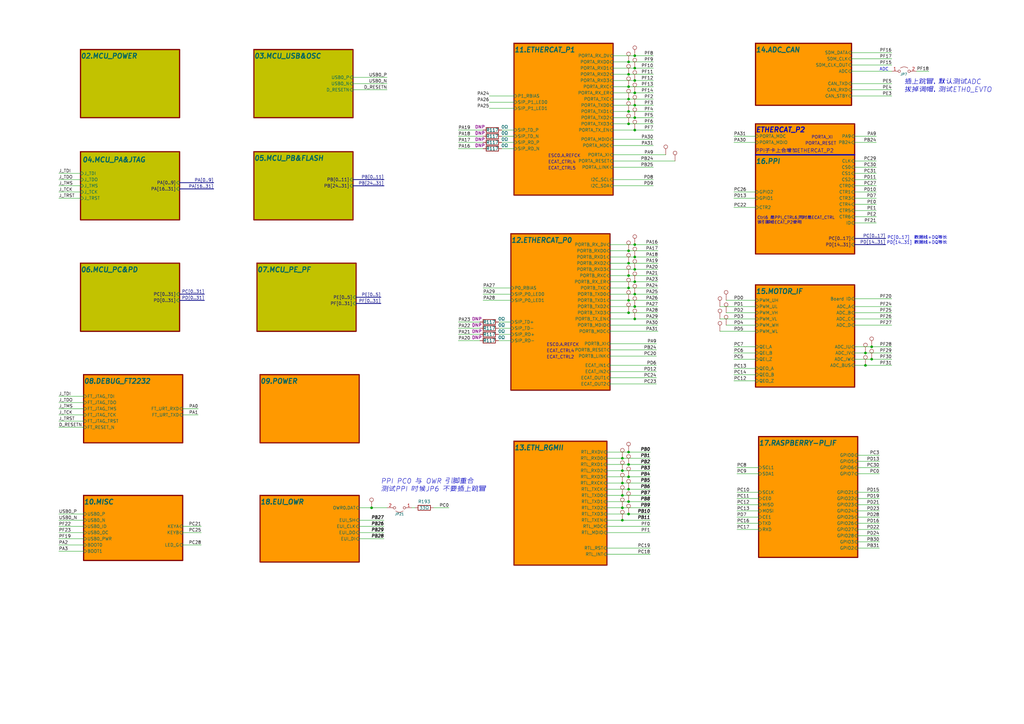
<source format=kicad_sch>
(kicad_sch (version 20230121) (generator eeschema)
  (paper "A3")
  (title_block (title "HPM5E00EVK") (date "2024-04-06") (rev "RevB") (comment 1 "MAINENTRY"))
  (junction (at 257.81 107.95))
  (junction (at 257.81 102.87))
  (junction (at 257.81 185.42))
  (junction (at 257.81 25.4))
  (junction (at 354.965 149.86))
  (junction (at 152.4 208.28))
  (junction (at 260.35 110.49))
  (junction (at 260.35 115.57))
  (junction (at 260.35 125.73))
  (junction (at 257.81 128.27))
  (junction (at 255.27 187.96))
  (junction (at 255.27 198.12))
  (junction (at 260.35 27.94))
  (junction (at 255.27 208.28))
  (junction (at 260.35 130.81))
  (junction (at 257.81 210.82))
  (junction (at 257.81 200.66))
  (junction (at 257.81 35.56))
  (junction (at 260.35 100.33))
  (junction (at 260.35 48.26))
  (junction (at 354.965 144.78))
  (junction (at 255.27 193.04))
  (junction (at 257.81 45.72))
  (junction (at 260.35 105.41))
  (junction (at 260.35 33.02))
  (junction (at 357.505 142.24))
  (junction (at 257.81 123.19))
  (junction (at 257.81 113.03))
  (junction (at 257.81 190.5))
  (junction (at 257.81 50.8))
  (junction (at 257.81 118.11))
  (junction (at 260.35 43.18))
  (junction (at 260.35 53.34))
  (junction (at 255.27 213.36))
  (junction (at 357.505 147.32))
  (junction (at 257.81 40.64))
  (junction (at 257.81 195.58))
  (junction (at 257.81 205.74))
  (junction (at 260.35 38.1))
  (junction (at 260.35 22.86))
  (junction (at 257.81 30.48))
  (junction (at 255.27 203.2))
  (junction (at 260.35 120.65))
  (wire (pts (xy 359.41 76.2) (xy 350.52 76.2)))
  (wire (pts (xy 350.52 149.86) (xy 354.965 149.86)))
  (wire (pts (xy 359.41 66.04) (xy 350.52 66.04)))
  (wire (pts (xy 204.47 134.62) (xy 209.55 134.62)))
  (wire (pts (xy 250.19 130.81) (xy 260.35 130.81)))
  (bus (pts (xy 350.52 97.79) (xy 363.22 97.79)))
  (wire (pts (xy 351.79 204.47) (xy 360.68 204.47)))
  (wire (pts (xy 309.88 147.32) (xy 300.99 147.32)))
  (wire (pts (xy 257.81 45.72) (xy 267.97 45.72)))
  (wire (pts (xy 250.19 125.73) (xy 260.35 125.73)))
  (wire (pts (xy 147.32 213.36) (xy 157.48 213.36)))
  (wire (pts (xy 257.81 128.27) (xy 269.875 128.27)))
  (wire (pts (xy 255.27 198.12) (xy 266.7 198.12)))
  (wire (pts (xy 248.92 198.12) (xy 255.27 198.12)))
  (wire (pts (xy 260.35 22.86) (xy 267.97 22.86)))
  (wire (pts (xy 302.26 207.01) (xy 311.15 207.01)))
  (wire (pts (xy 24.13 213.36) (xy 34.29 213.36)))
  (wire (pts (xy 257.81 40.64) (xy 267.97 40.64)))
  (wire (pts (xy 255.27 213.36) (xy 266.7 213.36)))
  (wire (pts (xy 257.81 102.87) (xy 269.875 102.87)))
  (wire (pts (xy 147.32 220.98) (xy 157.48 220.98)))
  (wire (pts (xy 187.96 60.96) (xy 198.12 60.96)))
  (wire (pts (xy 250.19 110.49) (xy 260.35 110.49)))
  (wire (pts (xy 302.26 217.17) (xy 311.15 217.17)))
  (wire (pts (xy 187.96 53.34) (xy 198.12 53.34)))
  (wire (pts (xy 248.92 213.36) (xy 255.27 213.36)))
  (bus (pts (xy 146.05 124.46) (xy 156.21 124.46)))
  (wire (pts (xy 250.19 152.4) (xy 269.24 152.4)))
  (wire (pts (xy 351.79 212.09) (xy 360.68 212.09)))
  (bus (pts (xy 144.78 73.66) (xy 157.48 73.66)))
  (wire (pts (xy 302.26 214.63) (xy 311.15 214.63)))
  (wire (pts (xy 205.74 58.42) (xy 210.82 58.42)))
  (wire (pts (xy 248.92 224.79) (xy 266.7 224.79)))
  (wire (pts (xy 198.12 123.19) (xy 209.55 123.19)))
  (wire (pts (xy 248.92 210.82) (xy 257.81 210.82)))
  (wire (pts (xy 257.81 35.56) (xy 267.97 35.56)))
  (wire (pts (xy 309.88 144.78) (xy 300.99 144.78)))
  (wire (pts (xy 74.93 215.9) (xy 82.55 215.9)))
  (wire (pts (xy 255.27 193.04) (xy 266.7 193.04)))
  (wire (pts (xy 248.92 200.66) (xy 257.81 200.66)))
  (wire (pts (xy 248.92 193.04) (xy 255.27 193.04)))
  (wire (pts (xy 260.35 125.73) (xy 269.875 125.73)))
  (wire (pts (xy 144.78 31.75) (xy 158.75 31.75)))
  (wire (pts (xy 255.27 203.2) (xy 266.7 203.2)))
  (wire (pts (xy 74.93 167.64) (xy 81.28 167.64)))
  (wire (pts (xy 351.79 222.25) (xy 360.68 222.25)))
  (wire (pts (xy 302.26 204.47) (xy 311.15 204.47)))
  (wire (pts (xy 248.92 215.9) (xy 266.7 215.9)))
  (wire (pts (xy 248.92 190.5) (xy 257.81 190.5)))
  (wire (pts (xy 187.96 137.16) (xy 196.85 137.16)))
  (wire (pts (xy 147.32 208.28) (xy 152.4 208.28)))
  (wire (pts (xy 24.13 81.28) (xy 33.02 81.28)))
  (wire (pts (xy 350.52 130.81) (xy 365.76 130.81)))
  (wire (pts (xy 251.46 48.26) (xy 260.35 48.26)))
  (wire (pts (xy 34.29 226.06) (xy 24.13 226.06)))
  (wire (pts (xy 251.46 76.2) (xy 267.97 76.2)))
  (wire (pts (xy 309.88 125.73) (xy 295.275 125.73)))
  (wire (pts (xy 350.52 133.35) (xy 365.76 133.35)))
  (wire (pts (xy 34.29 223.52) (xy 24.13 223.52)))
  (wire (pts (xy 257.81 200.66) (xy 266.7 200.66)))
  (wire (pts (xy 205.74 60.96) (xy 210.82 60.96)))
  (wire (pts (xy 349.25 26.67) (xy 365.76 26.67)))
  (wire (pts (xy 250.19 105.41) (xy 260.35 105.41)))
  (wire (pts (xy 24.13 175.26) (xy 34.29 175.26)))
  (bus (pts (xy 146.05 121.92) (xy 156.21 121.92)))
  (wire (pts (xy 251.46 53.34) (xy 260.35 53.34)))
  (wire (pts (xy 250.19 118.11) (xy 257.81 118.11)))
  (wire (pts (xy 300.99 85.09) (xy 309.88 85.09)))
  (wire (pts (xy 251.46 40.64) (xy 257.81 40.64)))
  (wire (pts (xy 250.19 133.35) (xy 269.875 133.35)))
  (wire (pts (xy 349.25 34.29) (xy 365.76 34.29)))
  (wire (pts (xy 147.32 215.9) (xy 157.48 215.9)))
  (wire (pts (xy 260.35 110.49) (xy 269.875 110.49)))
  (wire (pts (xy 350.52 144.78) (xy 354.965 144.78)))
  (wire (pts (xy 257.81 25.4) (xy 267.97 25.4)))
  (wire (pts (xy 302.26 194.31) (xy 311.15 194.31)))
  (wire (pts (xy 251.46 33.02) (xy 260.35 33.02)))
  (wire (pts (xy 187.96 55.88) (xy 198.12 55.88)))
  (wire (pts (xy 349.25 21.59) (xy 365.76 21.59)))
  (wire (pts (xy 351.79 224.79) (xy 360.68 224.79)))
  (wire (pts (xy 309.88 156.21) (xy 300.99 156.21)))
  (wire (pts (xy 248.92 187.96) (xy 255.27 187.96)))
  (wire (pts (xy 260.35 115.57) (xy 269.875 115.57)))
  (wire (pts (xy 257.81 107.95) (xy 269.875 107.95)))
  (bus (pts (xy 73.66 77.47) (xy 87.63 77.47)))
  (wire (pts (xy 359.41 55.88) (xy 350.52 55.88)))
  (wire (pts (xy 260.35 43.18) (xy 267.97 43.18)))
  (polyline (pts (xy 309.88 63.5) (xy 350.52 63.5)) (stroke (width 0.5)))
  (wire (pts (xy 257.81 210.82) (xy 266.7 210.82)))
  (wire (pts (xy 257.81 118.11) (xy 269.875 118.11)))
  (wire (pts (xy 257.81 185.42) (xy 266.7 185.42)))
  (wire (pts (xy 297.815 123.19) (xy 309.88 123.19)))
  (wire (pts (xy 359.41 83.82) (xy 350.52 83.82)))
  (wire (pts (xy 260.35 130.81) (xy 269.875 130.81)))
  (wire (pts (xy 250.19 146.05) (xy 269.24 146.05)))
  (wire (pts (xy 251.46 25.4) (xy 257.81 25.4)))
  (wire (pts (xy 255.27 187.96) (xy 266.7 187.96)))
  (wire (pts (xy 351.79 207.01) (xy 360.68 207.01)))
  (wire (pts (xy 248.92 227.33) (xy 266.7 227.33)))
  (wire (pts (xy 260.35 38.1) (xy 267.97 38.1)))
  (wire (pts (xy 260.35 105.41) (xy 269.875 105.41)))
  (wire (pts (xy 309.88 135.89) (xy 295.275 135.89)))
  (wire (pts (xy 309.88 151.13) (xy 300.99 151.13)))
  (wire (pts (xy 360.68 194.31) (xy 351.79 194.31)))
  (wire (pts (xy 250.19 123.19) (xy 257.81 123.19)))
  (wire (pts (xy 251.46 63.5) (xy 273.05 63.5)))
  (wire (pts (xy 257.81 30.48) (xy 267.97 30.48)))
  (wire (pts (xy 260.35 120.65) (xy 269.875 120.65)))
  (wire (pts (xy 251.46 27.94) (xy 260.35 27.94)))
  (wire (pts (xy 354.965 144.78) (xy 365.76 144.78)))
  (wire (pts (xy 351.79 217.17) (xy 360.68 217.17)))
  (wire (pts (xy 359.41 88.9) (xy 350.52 88.9)))
  (wire (pts (xy 200.66 44.45) (xy 210.82 44.45)))
  (wire (pts (xy 24.13 165.1) (xy 34.29 165.1)))
  (wire (pts (xy 350.52 128.27) (xy 365.76 128.27)))
  (wire (pts (xy 351.79 214.63) (xy 360.68 214.63)))
  (wire (pts (xy 359.41 68.58) (xy 350.52 68.58)))
  (wire (pts (xy 147.32 218.44) (xy 157.48 218.44)))
  (wire (pts (xy 248.92 218.44) (xy 266.7 218.44)))
  (bus (pts (xy 350.52 100.33) (xy 363.22 100.33)))
  (wire (pts (xy 251.46 38.1) (xy 260.35 38.1)))
  (wire (pts (xy 144.78 34.29) (xy 158.75 34.29)))
  (bus (pts (xy 144.78 76.2) (xy 157.48 76.2)))
  (wire (pts (xy 248.92 185.42) (xy 257.81 185.42)))
  (wire (pts (xy 24.13 172.72) (xy 34.29 172.72)))
  (wire (pts (xy 251.46 73.66) (xy 267.97 73.66)))
  (wire (pts (xy 187.96 139.7) (xy 196.85 139.7)))
  (wire (pts (xy 251.46 57.15) (xy 267.97 57.15)))
  (wire (pts (xy 24.13 210.82) (xy 34.29 210.82)))
  (wire (pts (xy 357.505 147.32) (xy 365.76 147.32)))
  (wire (pts (xy 248.92 205.74) (xy 257.81 205.74)))
  (wire (pts (xy 24.13 170.18) (xy 34.29 170.18)))
  (wire (pts (xy 250.19 120.65) (xy 260.35 120.65)))
  (wire (pts (xy 359.41 58.42) (xy 350.52 58.42)))
  (wire (pts (xy 351.79 219.71) (xy 360.68 219.71)))
  (wire (pts (xy 350.52 147.32) (xy 357.505 147.32)))
  (wire (pts (xy 251.46 68.58) (xy 267.97 68.58)))
  (wire (pts (xy 204.47 132.08) (xy 209.55 132.08)))
  (wire (pts (xy 257.81 123.19) (xy 269.875 123.19)))
  (wire (pts (xy 198.12 120.65) (xy 209.55 120.65)))
  (wire (pts (xy 177.8 208.28) (xy 184.15 208.28)))
  (wire (pts (xy 257.81 195.58) (xy 266.7 195.58)))
  (wire (pts (xy 250.19 128.27) (xy 257.81 128.27)))
  (wire (pts (xy 260.35 33.02) (xy 267.97 33.02)))
  (wire (pts (xy 205.74 55.88) (xy 210.82 55.88)))
  (wire (pts (xy 359.41 71.12) (xy 350.52 71.12)))
  (wire (pts (xy 359.41 81.28) (xy 350.52 81.28)))
  (wire (pts (xy 349.25 39.37) (xy 365.76 39.37)))
  (wire (pts (xy 359.41 86.36) (xy 350.52 86.36)))
  (wire (pts (xy 302.26 209.55) (xy 311.15 209.55)))
  (wire (pts (xy 24.13 78.74) (xy 33.02 78.74)))
  (wire (pts (xy 250.19 113.03) (xy 257.81 113.03)))
  (wire (pts (xy 250.19 154.94) (xy 269.24 154.94)))
  (wire (pts (xy 251.46 50.8) (xy 257.81 50.8)))
  (wire (pts (xy 24.13 76.2) (xy 33.02 76.2)))
  (wire (pts (xy 248.92 195.58) (xy 257.81 195.58)))
  (wire (pts (xy 250.19 143.51) (xy 269.24 143.51)))
  (wire (pts (xy 257.81 205.74) (xy 266.7 205.74)))
  (wire (pts (xy 309.88 142.24) (xy 300.99 142.24)))
  (wire (pts (xy 359.41 73.66) (xy 350.52 73.66)))
  (wire (pts (xy 260.35 53.34) (xy 267.97 53.34)))
  (wire (pts (xy 260.35 27.94) (xy 267.97 27.94)))
  (wire (pts (xy 309.88 130.81) (xy 295.275 130.81)))
  (wire (pts (xy 24.13 162.56) (xy 34.29 162.56)))
  (bus (pts (xy 73.66 74.93) (xy 87.63 74.93)))
  (wire (pts (xy 360.68 186.69) (xy 351.79 186.69)))
  (wire (pts (xy 251.46 35.56) (xy 257.81 35.56)))
  (wire (pts (xy 250.19 149.86) (xy 269.24 149.86)))
  (wire (pts (xy 187.96 58.42) (xy 198.12 58.42)))
  (wire (pts (xy 250.19 100.33) (xy 260.35 100.33)))
  (wire (pts (xy 350.52 122.555) (xy 365.76 122.555)))
  (wire (pts (xy 251.46 66.04) (xy 276.86 66.04)))
  (wire (pts (xy 251.46 43.18) (xy 260.35 43.18)))
  (wire (pts (xy 24.13 73.66) (xy 33.02 73.66)))
  (wire (pts (xy 297.815 128.27) (xy 309.88 128.27)))
  (wire (pts (xy 250.19 107.95) (xy 257.81 107.95)))
  (wire (pts (xy 309.88 58.42) (xy 300.99 58.42)))
  (wire (pts (xy 204.47 137.16) (xy 209.55 137.16)))
  (wire (pts (xy 250.19 157.48) (xy 269.24 157.48)))
  (wire (pts (xy 360.68 189.23) (xy 351.79 189.23)))
  (wire (pts (xy 302.26 212.09) (xy 311.15 212.09)))
  (wire (pts (xy 309.88 81.28) (xy 300.99 81.28)))
  (wire (pts (xy 251.46 45.72) (xy 257.81 45.72)))
  (wire (pts (xy 257.81 113.03) (xy 269.875 113.03)))
  (wire (pts (xy 248.92 203.2) (xy 255.27 203.2)))
  (wire (pts (xy 250.19 135.89) (xy 269.875 135.89)))
  (wire (pts (xy 349.25 24.13) (xy 365.76 24.13)))
  (wire (pts (xy 359.41 91.44) (xy 350.52 91.44)))
  (wire (pts (xy 170.18 208.28) (xy 168.91 208.28)))
  (wire (pts (xy 297.815 133.35) (xy 309.88 133.35)))
  (wire (pts (xy 187.96 134.62) (xy 196.85 134.62)))
  (wire (pts (xy 302.26 191.77) (xy 311.15 191.77)))
  (wire (pts (xy 349.25 29.21) (xy 365.76 29.21)))
  (wire (pts (xy 360.68 191.77) (xy 351.79 191.77)))
  (wire (pts (xy 24.13 215.9) (xy 34.29 215.9)))
  (wire (pts (xy 309.88 55.88) (xy 300.99 55.88)))
  (wire (pts (xy 257.81 190.5) (xy 266.7 190.5)))
  (wire (pts (xy 198.12 118.11) (xy 209.55 118.11)))
  (wire (pts (xy 381 29.21) (xy 375.92 29.21)))
  (wire (pts (xy 74.93 170.18) (xy 81.28 170.18)))
  (wire (pts (xy 251.46 30.48) (xy 257.81 30.48)))
  (wire (pts (xy 351.79 201.93) (xy 360.68 201.93)))
  (wire (pts (xy 250.19 102.87) (xy 257.81 102.87)))
  (wire (pts (xy 359.41 78.74) (xy 350.52 78.74)))
  (wire (pts (xy 200.66 41.91) (xy 210.82 41.91)))
  (wire (pts (xy 204.47 139.7) (xy 209.55 139.7)))
  (wire (pts (xy 251.46 22.86) (xy 260.35 22.86)))
  (wire (pts (xy 350.52 125.73) (xy 365.76 125.73)))
  (wire (pts (xy 152.4 208.28) (xy 158.75 208.28)))
  (wire (pts (xy 260.35 48.26) (xy 267.97 48.26)))
  (wire (pts (xy 351.79 209.55) (xy 360.68 209.55)))
  (wire (pts (xy 250.19 140.97) (xy 269.24 140.97)))
  (wire (pts (xy 309.88 153.67) (xy 300.99 153.67)))
  (wire (pts (xy 354.965 149.86) (xy 365.76 149.86)))
  (bus (pts (xy 73.66 123.19) (xy 83.82 123.19)))
  (wire (pts (xy 200.66 39.37) (xy 210.82 39.37)))
  (wire (pts (xy 255.27 208.28) (xy 266.7 208.28)))
  (wire (pts (xy 251.46 59.69) (xy 267.97 59.69)))
  (wire (pts (xy 260.35 100.33) (xy 269.875 100.33)))
  (wire (pts (xy 74.93 223.52) (xy 82.55 223.52)))
  (wire (pts (xy 24.13 71.12) (xy 33.02 71.12)))
  (wire (pts (xy 82.55 218.44) (xy 74.93 218.44)))
  (wire (pts (xy 24.13 167.64) (xy 34.29 167.64)))
  (wire (pts (xy 349.25 36.83) (xy 365.76 36.83)))
  (bus (pts (xy 73.66 120.65) (xy 83.82 120.65)))
  (wire (pts (xy 144.78 36.83) (xy 158.75 36.83)))
  (wire (pts (xy 309.88 78.74) (xy 300.99 78.74)))
  (wire (pts (xy 257.81 50.8) (xy 267.97 50.8)))
  (wire (pts (xy 187.96 132.08) (xy 196.85 132.08)))
  (wire (pts (xy 248.92 208.28) (xy 255.27 208.28)))
  (wire (pts (xy 205.74 53.34) (xy 210.82 53.34)))
  (wire (pts (xy 250.19 115.57) (xy 260.35 115.57)))
  (wire (pts (xy 357.505 142.24) (xy 365.76 142.24)))
  (wire (pts (xy 350.52 142.24) (xy 357.505 142.24)))
  (wire (pts (xy 302.26 201.93) (xy 311.15 201.93)))
  (wire (pts (xy 24.13 218.44) (xy 34.29 218.44)))
  (wire (pts (xy 24.13 220.98) (xy 34.29 220.98)))
  (text "Ctrl6 是PPI_CTRL6,同时是ECAT_CTRL\n该引脚给ECAT_P2使用" (at 310.515 92.075 0) (effects (font (size 1.2 1.2)) (justify left bottom)))
  (text "PPI PC0 与 OWR 引脚重合\n测试PPI 时候JP6 不要插上跳冒" (at 156.21 201.93 0) (effects (font (size 2 2) italic) (justify left bottom)))
  (text "ECAT_CTRL5" (at 224.79 69.85 0) (effects (font (size 1.27 1.27)) (justify left bottom)))
  (text "PORTA_XI" (at 332.74 57.15 0) (effects (font (size 1.27 1.27)) (justify left bottom)))
  (text "插上跳冒，默认测试ADC\n拔掉调帽，测试ETH0_EVTO" (at 370.84 38.1 0) (effects (font (size 2 2) italic) (justify left bottom)))
  (text "PPI子卡上会增加ETHERCAT_P2" (at 309.88 62.865 0) (effects (font (size 1.5 1.5)) (justify left bottom)))
  (text "ECAT_CTRL4\n" (at 224.155 144.78 0) (effects (font (size 1.27 1.27)) (justify left bottom)))
  (text "PC[0..17]  数据线+DQ等长\nPD[14..31] 数据线+DQ等长\n" (at 388.62 100.33 0) (effects (font (size 1.27 1.27)) (justify right bottom)))
  (text "ESC0.A.REFCK\n" (at 224.79 64.77 0) (effects (font (size 1.27 1.27)) (justify left bottom)))
  (text "ECAT_CTRL4" (at 224.79 67.31 0) (effects (font (size 1.27 1.27)) (justify left bottom)))
  (text "ESC0.A.REFCK\n" (at 224.155 142.24 0) (effects (font (size 1.27 1.27)) (justify left bottom)))
  (text "PORTA_RESET" (at 330.2 59.69 0) (effects (font (size 1.27 1.27)) (justify left bottom)))
  (text "ADC" (at 360.68 29.21 0) (effects (font (size 1.27 1.27)) (justify left bottom)))
  (text "ECAT_CTRL2" (at 224.155 147.32 0) (effects (font (size 1.27 1.27)) (justify left bottom)))
  (text "ETHERCAT_P2" (at 309.88 54.61 0) (effects (font (size 2 2) (thickness 0.4) bold italic) (justify left bottom)))
  (label "PF30" (at 365.76 147.32 180))
  (label "PA18" (at 269.875 105.41 180))
  (label "PA19" (at 187.96 53.34 0))
  (label "PC25" (at 82.55 218.44 180))
  (label "PD4" (at 300.99 133.35 0))
  (label "PF16" (at 365.76 21.59 180))
  (label "PD9" (at 267.97 76.2 180))
  (label "PC16" (at 302.26 214.63 0))
  (label "PA27" (at 198.12 118.11 0))
  (label "PD8" (at 267.97 73.66 180))
  (label "PC31" (at 359.41 71.12 180))
  (label "PF0" (at 266.7 215.9 180))
  (label "PC30" (at 359.41 68.58 180))
  (label "PA9" (at 269.24 140.97 180))
  (label "PC23" (at 269.24 157.48 180))
  (label "PA30" (at 300.99 58.42 0))
  (label "PA31" (at 267.97 59.69 180))
  (label "PF15" (at 365.76 26.67 180))
  (label "PA19" (at 269.875 107.95 180))
  (label "PC29" (at 359.41 66.04 180))
  (label "PA25" (at 269.875 120.65 180))
  (label "PB26" (at 157.48 215.9 180) (effects (font bold italic)))
  (label "PC11" (at 302.26 204.47 0))
  (label "PC22" (at 300.99 85.09 0))
  (label "PA18" (at 187.96 55.88 0))
  (label "PC28" (at 82.55 223.52 180))
  (label "PB[24..31]" (at 157.48 76.2 180))
  (label "D_RESETN" (at 158.75 36.83 180))
  (label "PF4" (at 267.97 45.72 180))
  (label "PD22" (at 360.68 217.17 180))
  (label "PD13" (at 300.99 81.28 0))
  (label "USB0_N" (at 24.13 213.36 0))
  (label "PC[0..31]" (at 83.82 120.65 180))
  (label "PD24" (at 360.68 219.71 180))
  (label "PB24" (at 269.24 143.51 180))
  (label "PF24" (at 365.76 125.73 180))
  (label "PC13" (at 302.26 209.55 0))
  (label "PA24" (at 269.875 118.11 180))
  (label "PC17" (at 302.26 217.17 0))
  (label "PF6" (at 267.97 50.8 180))
  (label "J_TCK" (at 24.13 170.18 0))
  (label "PB8" (at 266.7 205.74 180) (effects (font bold italic)))
  (label "PC10" (at 302.26 201.93 0))
  (label "PA9" (at 267.97 63.5 180))
  (label "J_TMS" (at 24.13 76.2 0))
  (label "PF8" (at 267.97 22.86 180))
  (label "PF17" (at 365.76 24.13 180))
  (label "PD13" (at 360.68 189.23 180))
  (label "PB0" (at 266.7 185.42 180) (effects (font bold italic)))
  (label "PC30" (at 360.68 191.77 180))
  (label "PA21" (at 269.875 113.03 180))
  (label "PF14" (at 267.97 38.1 180))
  (label "PC19" (at 266.7 224.79 180))
  (label "PC5" (at 300.99 147.32 0))
  (label "PC[0..17]" (at 363.22 97.79 180))
  (label "PD16" (at 360.68 214.63 180))
  (label "PB29" (at 157.48 218.44 180) (effects (font bold italic)))
  (label "PB3" (at 266.7 193.04 180) (effects (font bold italic)))
  (label "PD3" (at 300.99 130.81 0))
  (label "PF22" (at 24.13 215.9 0))
  (label "PB4" (at 266.7 195.58 180) (effects (font bold italic)))
  (label "PD15" (at 360.68 201.93 180))
  (label "PF10" (at 267.97 27.94 180))
  (label "PA21" (at 187.96 137.16 0))
  (label "PD0" (at 300.99 123.19 0))
  (label "PB5" (at 266.7 198.12 180) (effects (font bold italic)))
  (label "PB7" (at 266.7 203.2 180) (effects (font bold italic)))
  (label "PA0" (at 81.28 167.64 180))
  (label "PE1" (at 359.41 86.36 180))
  (label "PD21" (at 360.68 207.01 180))
  (label "PD6" (at 269.24 149.86 180))
  (label "PB24" (at 359.41 58.42 180))
  (label "PC12" (at 302.26 207.01 0))
  (label "PF29" (at 365.76 144.78 180))
  (label "PB1" (at 266.7 187.96 180) (effects (font bold italic)))
  (label "PB6" (at 266.7 200.66 180) (effects (font bold italic)))
  (label "PC21" (at 82.55 215.9 180))
  (label "PB10" (at 266.7 210.82 180) (effects (font bold italic)))
  (label "J_TDO" (at 24.13 73.66 0))
  (label "PA25" (at 200.66 44.45 180))
  (label "PF3" (at 267.97 43.18 180))
  (label "PF27" (at 365.76 133.35 180))
  (label "PC13" (at 300.99 151.13 0))
  (label "PE4" (at 365.76 36.83 180))
  (label "PD11" (at 359.41 73.66 180))
  (label "PF1" (at 266.7 218.44 180))
  (label "PD12" (at 269.24 152.4 180))
  (label "J_TDI" (at 24.13 162.56 0))
  (label "PB31" (at 360.68 224.79 180))
  (label "PD7" (at 302.26 212.09 0))
  (label "PB11" (at 266.7 213.36 180) (effects (font bold italic)))
  (label "PC20" (at 269.24 146.05 180))
  (label "PD2" (at 300.99 128.27 0))
  (label "J_TRST" (at 24.13 81.28 0))
  (label "PA28" (at 269.875 128.27 180))
  (label "PF21" (at 359.41 91.44 180))
  (label "PC9" (at 302.26 194.31 0))
  (label "PF[0..31]" (at 156.21 124.46 180))
  (label "PF20" (at 365.76 122.555 180))
  (label "PC12" (at 300.99 156.21 0))
  (label "PA27" (at 269.875 125.73 180))
  (label "PB24" (at 267.97 66.04 180))
  (label "PA17" (at 187.96 58.42 0))
  (label "PC8" (at 302.26 191.77 0))
  (label "PC7" (at 300.99 142.24 0))
  (label "PA23" (at 269.875 115.57 180))
  (label "PB27" (at 157.48 213.36 180) (effects (font bold italic)))
  (label "PC0" (at 184.15 208.28 180))
  (label "PD1" (at 300.99 125.73 0))
  (label "PB30" (at 360.68 222.25 180))
  (label "PA26" (at 269.875 123.19 180))
  (label "PD23" (at 360.68 209.55 180))
  (label "PD7" (at 359.41 81.28 180))
  (label "PA31" (at 269.875 135.89 180))
  (label "PB2" (at 266.7 190.5 180) (effects (font bold italic)))
  (label "PC27" (at 359.41 76.2 180))
  (label "PF23" (at 24.13 218.44 0))
  (label "PC26" (at 300.99 78.74 0))
  (label "USB0_N" (at 158.75 34.29 180))
  (label "PE5" (at 365.76 34.29 180))
  (label "PF5" (at 267.97 48.26 180))
  (label "D_RESETN" (at 24.13 175.26 0))
  (label "PF28" (at 365.76 142.24 180))
  (label "PA20" (at 187.96 139.7 0))
  (label "PE0" (at 359.41 83.82 180))
  (label "PA30" (at 267.97 57.15 180))
  (label "PB[0..11]" (at 157.48 73.66 180))
  (label "J_TDO" (at 24.13 165.1 0))
  (label "PF9" (at 267.97 25.4 180))
  (label "PB28" (at 157.48 220.98 180) (effects (font bold italic)))
  (label "PA20" (at 269.875 110.49 180))
  (label "PA16" (at 187.96 60.96 0))
  (label "PC3" (at 360.68 186.69 180))
  (label "PC24" (at 269.24 154.94 180))
  (label "PA28" (at 198.12 123.19 0))
  (label "PA9" (at 359.41 55.88 180))
  (label "J_TDI" (at 24.13 71.12 0))
  (label "PF18" (at 381 29.21 180))
  (label "PD28" (at 360.68 212.09 180))
  (label "PF7" (at 267.97 53.34 180))
  (label "PA2" (at 24.13 223.52 0))
  (label "J_TRST" (at 24.13 172.72 0))
  (label "PA23" (at 187.96 132.08 0))
  (label "PA[16..31]" (at 87.63 77.47 180))
  (label "PF19" (at 24.13 220.98 0))
  (label "PD10" (at 359.41 78.74 180))
  (label "PA29" (at 269.875 130.81 180))
  (label "PF2" (at 267.97 40.64 180))
  (label "USB0_P" (at 24.13 210.82 0))
  (label "PD19" (at 360.68 204.47 180))
  (label "PC14" (at 300.99 153.67 0))
  (label "PA29" (at 198.12 120.65 0))
  (label "PF31" (at 365.76 149.86 180))
  (label "PA17" (at 269.875 102.87 180))
  (label "PE2" (at 359.41 88.9 180))
  (label "PA31" (at 300.99 55.88 0))
  (label "PA26" (at 200.66 41.91 180))
  (label "PC0" (at 360.68 194.31 180))
  (label "PA30" (at 269.875 133.35 180))
  (label "PA[0..9]" (at 87.63 74.93 180))
  (label "PF13" (at 267.97 35.56 180))
  (label "PF25" (at 365.76 128.27 180))
  (label "PE3" (at 365.76 39.37 180))
  (label "PD[14..31]" (at 363.22 100.33 180))
  (label "PA16" (at 269.875 100.33 180))
  (label "PA24" (at 200.66 39.37 180))
  (label "USB0_P" (at 158.75 31.75 180))
  (label "PF11" (at 267.97 30.48 180))
  (label "PC18" (at 266.7 227.33 180))
  (label "J_TMS" (at 24.13 167.64 0))
  (label "PF26" (at 365.76 130.81 180))
  (label "PB25" (at 267.97 68.58 180))
  (label "PD5" (at 300.99 135.89 0))
  (label "PD[0..31]" (at 83.82 123.19 180))
  (label "PA22" (at 187.96 134.62 0))
  (label "PA1" (at 81.28 170.18 180))
  (label "PF12" (at 267.97 33.02 180))
  (label "PC6" (at 300.99 144.78 0))
  (label "PE[0..5]" (at 156.21 121.92 180))
  (label "PA3" (at 24.13 226.06 0))
  (label "J_TCK" (at 24.13 78.74 0))
  (label "PB9" (at 266.7 208.28 180) (effects (font bold italic)))
  (symbol (lib_id "01-HPM-Peripheral:TestPoint-0.5mm") (at 276.86 66.04 0) (unit 1)
    (property "Reference" "TP47" (effects hide))
    (property "Value" "0.5mm" (effects hide))
    (property "Footprint" "01_HPM_Peripheral:TestPoint_Pad_D0.5mm" (effects hide))
  )
  (symbol (lib_id "02_HPM_Resistor:0Ω_0402") (at 200.66 139.7 0) (unit 1)
    (property "Reference" "R117" (at 200.66 139.7 0))
    (property "Value" "0Ω" (at 205.74 138.43 0))
    (property "Footprint" "02_HPM_Resistor:R_0402_1005Metric" (effects hide))
    (property "Model" "RC0402JR-070RL" (effects hide))
    (property "Company" "YAGEO(国巨)" (effects hide))
    (property "ASSY_OPT" "DNP" (at 195.58 138.43 0))
    (instances (project "HPM5E00EVKRevC" (path "" (reference "R117") (unit 1)) (path "" (reference "R136") (unit 1)) (path "" (reference "R191") (unit 1))))
  )
  (symbol (lib_id "01-HPM-Peripheral:TestPoint-0.5mm") (at 257.81 190.5 0) (unit 1)
    (property "Reference" "TP3" (effects hide))
    (property "Value" "0.5mm" (effects hide))
    (property "Footprint" "01_HPM_Peripheral:TestPoint_Pad_D0.5mm" (effects hide))
  )
  (symbol (lib_id "01-HPM-Peripheral:TestPoint-0.5mm") (at 257.81 195.58 0) (unit 1)
    (property "Reference" "TP5" (effects hide))
    (property "Value" "0.5mm" (effects hide))
    (property "Footprint" "01_HPM_Peripheral:TestPoint_Pad_D0.5mm" (effects hide))
  )
  (symbol (lib_id "02_HPM_Resistor:0Ω_0402") (at 201.93 53.34 0) (unit 1)
    (property "Reference" "R117" (at 201.93 53.34 0))
    (property "Value" "0Ω" (at 207.01 52.07 0))
    (property "Footprint" "02_HPM_Resistor:R_0402_1005Metric" (effects hide))
    (property "Model" "RC0402JR-070RL" (effects hide))
    (property "Company" "YAGEO(国巨)" (effects hide))
    (property "ASSY_OPT" "DNP" (at 196.85 52.07 0))
    (instances (project "HPM5E00EVKRevC" (path "" (reference "R117") (unit 1)) (path "" (reference "R136") (unit 1)) (path "" (reference "R184") (unit 1))))
  )
  (symbol (lib_id "02_HPM_Resistor:0Ω_0402") (at 200.66 132.08 0) (unit 1)
    (property "Reference" "R117" (at 200.66 132.08 0))
    (property "Value" "0Ω" (at 205.74 130.81 0))
    (property "Footprint" "02_HPM_Resistor:R_0402_1005Metric" (effects hide))
    (property "Model" "RC0402JR-070RL" (effects hide))
    (property "Company" "YAGEO(国巨)" (effects hide))
    (property "ASSY_OPT" "DNP" (at 195.58 130.81 0))
    (instances (project "HPM5E00EVKRevC" (path "" (reference "R117") (unit 1)) (path "" (reference "R136") (unit 1)) (path "" (reference "R188") (unit 1))))
  )
  (symbol (lib_id "01-HPM-Peripheral:TestPoint-0.5mm") (at 260.35 115.57 0) (unit 1)
    (property "Reference" "TP19" (effects hide))
    (property "Value" "0.5mm" (effects hide))
    (property "Footprint" "01_HPM_Peripheral:TestPoint_Pad_D0.5mm" (effects hide))
  )
  (symbol (lib_id "01-HPM-Peripheral:TestPoint-0.5mm") (at 260.35 53.34 0) (unit 1)
    (property "Reference" "TP38" (effects hide))
    (property "Value" "0.5mm" (effects hide))
    (property "Footprint" "01_HPM_Peripheral:TestPoint_Pad_D0.5mm" (effects hide))
  )
  (symbol (lib_id "01-HPM-Peripheral:TestPoint-0.5mm") (at 354.965 144.78 0) (unit 1)
    (property "Reference" "TP55" (effects hide))
    (property "Value" "0.5mm" (effects hide))
    (property "Footprint" "01_HPM_Peripheral:TestPoint_Pad_D0.5mm" (effects hide))
  )
  (symbol (lib_id "02_HPM_Resistor:0Ω_0402") (at 201.93 58.42 0) (unit 1)
    (property "Reference" "R117" (at 201.93 58.42 0))
    (property "Value" "0Ω" (at 207.01 57.15 0))
    (property "Footprint" "02_HPM_Resistor:R_0402_1005Metric" (effects hide))
    (property "Model" "RC0402JR-070RL" (effects hide))
    (property "Company" "YAGEO(国巨)" (effects hide))
    (property "ASSY_OPT" "DNP" (at 196.85 57.15 0))
    (instances (project "HPM5E00EVKRevC" (path "" (reference "R117") (unit 1)) (path "" (reference "R136") (unit 1)) (path "" (reference "R186") (unit 1))))
  )
  (symbol (lib_id "01-HPM-Peripheral:Jumper_2") (at 163.83 208.28 180) (unit 1)
    (property "Reference" "JP21" (at 163.83 210.82 0) (effects (font (size 1 1))))
    (property "Value" "Jumper_2" (effects hide))
    (property "Footprint" "05_HPM_Connector_PinHeader:PinHeader_1x02_P2.54mm_Vertical" (effects hide))
    (property "Model" "跳帽" (effects hide))
    (instances (project "HPM5E00EVKRevC" (path "" (reference "JP21") (unit 1)) (path "" (reference "JP6") (unit 1)) (path "" (reference "JP6") (unit 1))))
  )
  (symbol (lib_id "01-HPM-Peripheral:TestPoint-0.5mm") (at 260.35 38.1 0) (unit 1)
    (property "Reference" "TP32" (effects hide))
    (property "Value" "0.5mm" (effects hide))
    (property "Footprint" "01_HPM_Peripheral:TestPoint_Pad_D0.5mm" (effects hide))
  )
  (symbol (lib_id "01-HPM-Peripheral:TestPoint-0.5mm") (at 257.81 113.03 0) (unit 1)
    (property "Reference" "TP18" (effects hide))
    (property "Value" "0.5mm" (effects hide))
    (property "Footprint" "01_HPM_Peripheral:TestPoint_Pad_D0.5mm" (effects hide))
  )
  (symbol (lib_id "01-HPM-Peripheral:TestPoint-0.5mm") (at 255.27 193.04 0) (unit 1)
    (property "Reference" "TP4" (effects hide))
    (property "Value" "0.5mm" (effects hide))
    (property "Footprint" "01_HPM_Peripheral:TestPoint_Pad_D0.5mm" (effects hide))
  )
  (symbol (lib_id "01-HPM-Peripheral:TestPoint-0.5mm") (at 257.81 128.27 0) (unit 1)
    (property "Reference" "TP24" (effects hide))
    (property "Value" "0.5mm" (effects hide))
    (property "Footprint" "01_HPM_Peripheral:TestPoint_Pad_D0.5mm" (effects hide))
  )
  (symbol (lib_id "02_HPM_Resistor:33Ω_0402") (at 173.99 208.28 0) (unit 1)
    (property "Reference" "R193" (at 173.99 205.74 0))
    (property "Value" "33Ω" (at 173.99 208.28 0))
    (property "Footprint" "02_HPM_Resistor:R_0402_1005Metric" (effects hide))
    (property "Model" "0402WGF330JTCE" (effects hide))
    (property "Company" "UNI-ROYAL(厚声)" (effects hide))
  )
  (symbol (lib_id "01-HPM-Peripheral:TestPoint-0.5mm") (at 257.81 50.8 0) (unit 1)
    (property "Reference" "TP37" (effects hide))
    (property "Value" "0.5mm" (effects hide))
    (property "Footprint" "01_HPM_Peripheral:TestPoint_Pad_D0.5mm" (effects hide))
  )
  (symbol (lib_id "01-HPM-Peripheral:TestPoint-0.5mm") (at 260.35 22.86 0) (unit 1)
    (property "Reference" "TP26" (effects hide))
    (property "Value" "0.5mm" (effects hide))
    (property "Footprint" "01_HPM_Peripheral:TestPoint_Pad_D0.5mm" (effects hide))
  )
  (symbol (lib_id "01-HPM-Peripheral:TestPoint-0.5mm") (at 260.35 33.02 0) (unit 1)
    (property "Reference" "TP30" (effects hide))
    (property "Value" "0.5mm" (effects hide))
    (property "Footprint" "01_HPM_Peripheral:TestPoint_Pad_D0.5mm" (effects hide))
  )
  (symbol (lib_id "01-HPM-Peripheral:TestPoint-0.5mm") (at 297.815 128.27 0) (unit 1)
    (property "Reference" "TP50" (effects hide))
    (property "Value" "0.5mm" (effects hide))
    (property "Footprint" "01_HPM_Peripheral:TestPoint_Pad_D0.5mm" (effects hide))
  )
  (symbol (lib_id "02_HPM_Resistor:0Ω_0402") (at 200.66 134.62 0) (unit 1)
    (property "Reference" "R117" (at 200.66 134.62 0))
    (property "Value" "0Ω" (at 205.74 133.35 0))
    (property "Footprint" "02_HPM_Resistor:R_0402_1005Metric" (effects hide))
    (property "Model" "RC0402JR-070RL" (effects hide))
    (property "Company" "YAGEO(国巨)" (effects hide))
    (property "ASSY_OPT" "DNP" (at 195.58 133.35 0))
    (instances (project "HPM5E00EVKRevC" (path "" (reference "R117") (unit 1)) (path "" (reference "R136") (unit 1)) (path "" (reference "R189") (unit 1))))
  )
  (symbol (lib_id "01-HPM-Peripheral:TestPoint-0.5mm") (at 260.35 120.65 0) (unit 1)
    (property "Reference" "TP21" (effects hide))
    (property "Value" "0.5mm" (effects hide))
    (property "Footprint" "01_HPM_Peripheral:TestPoint_Pad_D0.5mm" (effects hide))
  )
  (symbol (lib_id "01-HPM-Peripheral:TestPoint-0.5mm") (at 260.35 100.33 0) (unit 1)
    (property "Reference" "TP13" (effects hide))
    (property "Value" "0.5mm" (effects hide))
    (property "Footprint" "01_HPM_Peripheral:TestPoint_Pad_D0.5mm" (effects hide))
  )
  (symbol (lib_id "01-HPM-Peripheral:TestPoint-0.5mm") (at 257.81 205.74 0) (unit 1)
    (property "Reference" "TP9" (effects hide))
    (property "Value" "0.5mm" (effects hide))
    (property "Footprint" "01_HPM_Peripheral:TestPoint_Pad_D0.5mm" (effects hide))
  )
  (symbol (lib_id "01-HPM-Peripheral:TestPoint-0.5mm") (at 297.815 123.19 0) (unit 1)
    (property "Reference" "TP48" (effects hide))
    (property "Value" "0.5mm" (effects hide))
    (property "Footprint" "01_HPM_Peripheral:TestPoint_Pad_D0.5mm" (effects hide))
  )
  (symbol (lib_id "02_HPM_Resistor:0Ω_0402") (at 200.66 137.16 0) (unit 1)
    (property "Reference" "R117" (at 200.66 137.16 0))
    (property "Value" "0Ω" (at 205.74 135.89 0))
    (property "Footprint" "02_HPM_Resistor:R_0402_1005Metric" (effects hide))
    (property "Model" "RC0402JR-070RL" (effects hide))
    (property "Company" "YAGEO(国巨)" (effects hide))
    (property "ASSY_OPT" "DNP" (at 195.58 135.89 0))
    (instances (project "HPM5E00EVKRevC" (path "" (reference "R117") (unit 1)) (path "" (reference "R136") (unit 1)) (path "" (reference "R190") (unit 1))))
  )
  (symbol (lib_id "01-HPM-Peripheral:TestPoint-0.5mm") (at 295.275 135.89 0) (unit 1)
    (property "Reference" "TP53" (effects hide))
    (property "Value" "0.5mm" (effects hide))
    (property "Footprint" "01_HPM_Peripheral:TestPoint_Pad_D0.5mm" (effects hide))
  )
  (symbol (lib_id "01-HPM-Peripheral:TestPoint-0.5mm") (at 260.35 48.26 0) (unit 1)
    (property "Reference" "TP36" (effects hide))
    (property "Value" "0.5mm" (effects hide))
    (property "Footprint" "01_HPM_Peripheral:TestPoint_Pad_D0.5mm" (effects hide))
  )
  (symbol (lib_id "01-HPM-Peripheral:TestPoint-0.5mm") (at 257.81 30.48 0) (unit 1)
    (property "Reference" "TP29" (effects hide))
    (property "Value" "0.5mm" (effects hide))
    (property "Footprint" "01_HPM_Peripheral:TestPoint_Pad_D0.5mm" (effects hide))
  )
  (symbol (lib_id "01-HPM-Peripheral:TestPoint-0.5mm") (at 257.81 102.87 0) (unit 1)
    (property "Reference" "TP14" (effects hide))
    (property "Value" "0.5mm" (effects hide))
    (property "Footprint" "01_HPM_Peripheral:TestPoint_Pad_D0.5mm" (effects hide))
  )
  (symbol (lib_id "01-HPM-Peripheral:TestPoint-0.5mm") (at 257.81 25.4 0) (unit 1)
    (property "Reference" "TP27" (effects hide))
    (property "Value" "0.5mm" (effects hide))
    (property "Footprint" "01_HPM_Peripheral:TestPoint_Pad_D0.5mm" (effects hide))
  )
  (symbol (lib_id "01-HPM-Peripheral:TestPoint-0.5mm") (at 255.27 198.12 0) (unit 1)
    (property "Reference" "TP6" (effects hide))
    (property "Value" "0.5mm" (effects hide))
    (property "Footprint" "01_HPM_Peripheral:TestPoint_Pad_D0.5mm" (effects hide))
  )
  (symbol (lib_id "01-HPM-Peripheral:TestPoint-0.5mm") (at 257.81 107.95 0) (unit 1)
    (property "Reference" "TP16" (effects hide))
    (property "Value" "0.5mm" (effects hide))
    (property "Footprint" "01_HPM_Peripheral:TestPoint_Pad_D0.5mm" (effects hide))
  )
  (symbol (lib_id "01-HPM-Peripheral:TestPoint-0.5mm") (at 257.81 45.72 0) (unit 1)
    (property "Reference" "TP35" (effects hide))
    (property "Value" "0.5mm" (effects hide))
    (property "Footprint" "01_HPM_Peripheral:TestPoint_Pad_D0.5mm" (effects hide))
  )
  (symbol (lib_id "01-HPM-Peripheral:TestPoint-0.5mm") (at 260.35 110.49 0) (unit 1)
    (property "Reference" "TP17" (effects hide))
    (property "Value" "0.5mm" (effects hide))
    (property "Footprint" "01_HPM_Peripheral:TestPoint_Pad_D0.5mm" (effects hide))
  )
  (symbol (lib_id "01-HPM-Peripheral:TestPoint-0.5mm") (at 295.275 125.73 0) (unit 1)
    (property "Reference" "TP49" (effects hide))
    (property "Value" "0.5mm" (effects hide))
    (property "Footprint" "01_HPM_Peripheral:TestPoint_Pad_D0.5mm" (effects hide))
  )
  (symbol (lib_id "01-HPM-Peripheral:TestPoint-0.5mm") (at 297.815 133.35 0) (unit 1)
    (property "Reference" "TP52" (effects hide))
    (property "Value" "0.5mm" (effects hide))
    (property "Footprint" "01_HPM_Peripheral:TestPoint_Pad_D0.5mm" (effects hide))
  )
  (symbol (lib_id "01-HPM-Peripheral:TestPoint-0.5mm") (at 255.27 203.2 0) (unit 1)
    (property "Reference" "TP8" (effects hide))
    (property "Value" "0.5mm" (effects hide))
    (property "Footprint" "01_HPM_Peripheral:TestPoint_Pad_D0.5mm" (effects hide))
  )
  (symbol (lib_id "01-HPM-Peripheral:TestPoint-0.5mm") (at 295.275 130.81 0) (unit 1)
    (property "Reference" "TP51" (effects hide))
    (property "Value" "0.5mm" (effects hide))
    (property "Footprint" "01_HPM_Peripheral:TestPoint_Pad_D0.5mm" (effects hide))
  )
  (symbol (lib_id "01-HPM-Peripheral:TestPoint-0.5mm") (at 255.27 187.96 0) (unit 1)
    (property "Reference" "TP2" (effects hide))
    (property "Value" "0.5mm" (effects hide))
    (property "Footprint" "01_HPM_Peripheral:TestPoint_Pad_D0.5mm" (effects hide))
  )
  (symbol (lib_id "01-HPM-Peripheral:TestPoint-0.5mm") (at 257.81 35.56 0) (unit 1)
    (property "Reference" "TP31" (effects hide))
    (property "Value" "0.5mm" (effects hide))
    (property "Footprint" "01_HPM_Peripheral:TestPoint_Pad_D0.5mm" (effects hide))
  )
  (symbol (lib_id "02_HPM_Resistor:0Ω_0402") (at 201.93 60.96 0) (unit 1)
    (property "Reference" "R117" (at 201.93 60.96 0))
    (property "Value" "0Ω" (at 207.01 59.69 0))
    (property "Footprint" "02_HPM_Resistor:R_0402_1005Metric" (effects hide))
    (property "Model" "RC0402JR-070RL" (effects hide))
    (property "Company" "YAGEO(国巨)" (effects hide))
    (property "ASSY_OPT" "DNP" (at 196.85 59.69 0))
    (instances (project "HPM5E00EVKRevC" (path "" (reference "R117") (unit 1)) (path "" (reference "R136") (unit 1)) (path "" (reference "R187") (unit 1))))
  )
  (symbol (lib_id "01-HPM-Peripheral:TestPoint-0.5mm") (at 255.27 208.28 0) (unit 1)
    (property "Reference" "TP10" (effects hide))
    (property "Value" "0.5mm" (effects hide))
    (property "Footprint" "01_HPM_Peripheral:TestPoint_Pad_D0.5mm" (effects hide))
  )
  (symbol (lib_id "01-HPM-Peripheral:Jumper_2") (at 370.84 29.21 0) (unit 1)
    (property "Reference" "JP7" (at 372.11 30.48 0) (effects (font (size 1 1)) (justify right)))
    (property "Value" "Jumper_2" (effects hide))
    (property "Footprint" "05_HPM_Connector_PinHeader:PinHeader_1x02_P2.54mm_Vertical" (effects hide))
    (property "Model" "跳帽" (effects hide))
  )
  (symbol (lib_id "01-HPM-Peripheral:TestPoint-0.5mm") (at 257.81 210.82 0) (unit 1)
    (property "Reference" "TP11" (effects hide))
    (property "Value" "0.5mm" (effects hide))
    (property "Footprint" "01_HPM_Peripheral:TestPoint_Pad_D0.5mm" (effects hide))
  )
  (symbol (lib_id "01-HPM-Peripheral:TestPoint-0.5mm") (at 357.505 147.32 0) (unit 1)
    (property "Reference" "TP56" (effects hide))
    (property "Value" "0.5mm" (effects hide))
    (property "Footprint" "01_HPM_Peripheral:TestPoint_Pad_D0.5mm" (effects hide))
  )
  (symbol (lib_id "01-HPM-Peripheral:TestPoint-0.5mm") (at 257.81 118.11 0) (unit 1)
    (property "Reference" "TP20" (effects hide))
    (property "Value" "0.5mm" (effects hide))
    (property "Footprint" "01_HPM_Peripheral:TestPoint_Pad_D0.5mm" (effects hide))
  )
  (symbol (lib_id "01-HPM-Peripheral:TestPoint-0.5mm") (at 260.35 125.73 0) (unit 1)
    (property "Reference" "TP23" (effects hide))
    (property "Value" "0.5mm" (effects hide))
    (property "Footprint" "01_HPM_Peripheral:TestPoint_Pad_D0.5mm" (effects hide))
  )
  (symbol (lib_id "01-HPM-Peripheral:TestPoint-0.5mm") (at 357.505 142.24 0) (unit 1)
    (property "Reference" "TP54" (effects hide))
    (property "Value" "0.5mm" (effects hide))
    (property "Footprint" "01_HPM_Peripheral:TestPoint_Pad_D0.5mm" (effects hide))
  )
  (symbol (lib_id "01-HPM-Peripheral:TestPoint-0.5mm") (at 255.27 213.36 0) (unit 1)
    (property "Reference" "TP12" (effects hide))
    (property "Value" "0.5mm" (effects hide))
    (property "Footprint" "01_HPM_Peripheral:TestPoint_Pad_D0.5mm" (effects hide))
  )
  (symbol (lib_id "01-HPM-Peripheral:TestPoint-0.5mm") (at 257.81 123.19 0) (unit 1)
    (property "Reference" "TP22" (effects hide))
    (property "Value" "0.5mm" (effects hide))
    (property "Footprint" "01_HPM_Peripheral:TestPoint_Pad_D0.5mm" (effects hide))
  )
  (symbol (lib_id "01-HPM-Peripheral:TestPoint-0.5mm") (at 260.35 130.81 0) (unit 1)
    (property "Reference" "TP25" (effects hide))
    (property "Value" "0.5mm" (effects hide))
    (property "Footprint" "01_HPM_Peripheral:TestPoint_Pad_D0.5mm" (effects hide))
  )
  (symbol (lib_id "01-HPM-Peripheral:TestPoint-0.5mm") (at 257.81 185.42 0) (unit 1)
    (property "Reference" "TP1" (effects hide))
    (property "Value" "0.5mm" (effects hide))
    (property "Footprint" "01_HPM_Peripheral:TestPoint_Pad_D0.5mm" (effects hide))
  )
  (symbol (lib_id "01-HPM-Peripheral:TestPoint-0.5mm") (at 260.35 105.41 0) (unit 1)
    (property "Reference" "TP15" (effects hide))
    (property "Value" "0.5mm" (effects hide))
    (property "Footprint" "01_HPM_Peripheral:TestPoint_Pad_D0.5mm" (effects hide))
  )
  (symbol (lib_id "01-HPM-Peripheral:TestPoint-0.5mm") (at 260.35 43.18 0) (unit 1)
    (property "Reference" "TP34" (effects hide))
    (property "Value" "0.5mm" (effects hide))
    (property "Footprint" "01_HPM_Peripheral:TestPoint_Pad_D0.5mm" (effects hide))
  )
  (symbol (lib_id "01-HPM-Peripheral:TestPoint-1.0mm") (at 152.4 208.28 0) (unit 1)
    (property "Reference" "TP42" (effects hide))
    (property "Value" "1.0mm" (effects hide))
    (property "Footprint" "01_HPM_Peripheral:TestPoint_Pad_D1.0mm" (effects hide))
  )
  (symbol (lib_id "01-HPM-Peripheral:TestPoint-0.5mm") (at 257.81 40.64 0) (unit 1)
    (property "Reference" "TP33" (effects hide))
    (property "Value" "0.5mm" (effects hide))
    (property "Footprint" "01_HPM_Peripheral:TestPoint_Pad_D0.5mm" (effects hide))
  )
  (symbol (lib_id "01-HPM-Peripheral:TestPoint-0.5mm") (at 354.965 149.86 0) (unit 1)
    (property "Reference" "TP57" (effects hide))
    (property "Value" "0.5mm" (effects hide))
    (property "Footprint" "01_HPM_Peripheral:TestPoint_Pad_D0.5mm" (effects hide))
  )
  (symbol (lib_id "01-HPM-Peripheral:TestPoint-0.5mm") (at 273.05 63.5 0) (unit 1)
    (property "Reference" "TP46" (effects hide))
    (property "Value" "0.5mm" (effects hide))
    (property "Footprint" "01_HPM_Peripheral:TestPoint_Pad_D0.5mm" (effects hide))
  )
  (symbol (lib_id "02_HPM_Resistor:0Ω_0402") (at 201.93 55.88 0) (unit 1)
    (property "Reference" "R117" (at 201.93 55.88 0))
    (property "Value" "0Ω" (at 207.01 54.61 0))
    (property "Footprint" "02_HPM_Resistor:R_0402_1005Metric" (effects hide))
    (property "Model" "RC0402JR-070RL" (effects hide))
    (property "Company" "YAGEO(国巨)" (effects hide))
    (property "ASSY_OPT" "DNP" (at 196.85 54.61 0))
    (instances (project "HPM5E00EVKRevC" (path "" (reference "R117") (unit 1)) (path "" (reference "R136") (unit 1)) (path "" (reference "R185") (unit 1))))
  )
  (symbol (lib_id "01-HPM-Peripheral:TestPoint-0.5mm") (at 257.81 200.66 0) (unit 1)
    (property "Reference" "TP7" (effects hide))
    (property "Value" "0.5mm" (effects hide))
    (property "Footprint" "01_HPM_Peripheral:TestPoint_Pad_D0.5mm" (effects hide))
  )
  (symbol (lib_id "01-HPM-Peripheral:TestPoint-0.5mm") (at 260.35 27.94 0) (unit 1)
    (property "Reference" "TP28" (effects hide))
    (property "Value" "0.5mm" (effects hide))
    (property "Footprint" "01_HPM_Peripheral:TestPoint_Pad_D0.5mm" (effects hide))
  )
  (sheet (at 210.82 17.78) (size 40.64 62.23) (stroke (width 0.5)) (fill (color 255 153 0 1.0000))
    (property "Sheetname" "11.ETHERCAT_P1" (at 210.82 21.59 0) (effects (font (size 2 2) bold italic) (justify left bottom)))
    (property "Sheetfile" "11.ETHERCAT_P1.kicad_sch" (effects hide))
    (pin "I2C_SCL" input (at 251.46 73.66 0))
    (pin "I2C_SDA" input (at 251.46 76.2 0))
    (pin "PORTA_RXD1" input (at 251.46 27.94 0))
    (pin "PORTA_RX­_ER" input (at 251.46 38.1 0))
    (pin "PORTA_RX_DV" input (at 251.46 22.86 0))
    (pin "PORTA_RXD0" input (at 251.46 25.4 0))
    (pin "PORTA_RXC" input (at 251.46 35.56 0))
    (pin "PORTA_RXD2" input (at 251.46 30.48 0))
    (pin "PORTA_TXD2" input (at 251.46 48.26 0))
    (pin "PORTA_TXD1" input (at 251.46 45.72 0))
    (pin "PORTA_TXC" input (at 251.46 40.64 0))
    (pin "PORTA_TX_EN" input (at 251.46 53.34 0))
    (pin "PORTA_TXD0" input (at 251.46 43.18 0))
    (pin "PORTA_TXD3" input (at 251.46 50.8 0))
    (pin "PORTA_RXD3" input (at 251.46 33.02 0))
    (pin "PORTA_MDIO" input (at 251.46 57.15 0))
    (pin "PORTA_MDC" input (at 251.46 59.69 0))
    (pin "PORTA_RESET" input (at 251.46 66.04 0))
    (pin "PORTA_LINK" input (at 251.46 68.58 0))
    (pin "PORTA_XI" input (at 251.46 63.5 0))
    (pin "SIP_TD_N" input (at 210.82 55.88 180))
    (pin "SIP_RD_P" input (at 210.82 58.42 180))
    (pin "SIP_TD_P" input (at 210.82 53.34 180))
    (pin "SIP_RD_N" input (at 210.82 60.96 180))
    (pin "SIP_P1_LED0" input (at 210.82 41.91 180))
    (pin "SIP_P1_LED1" input (at 210.82 44.45 180))
    (pin "P1_RBIAS" input (at 210.82 39.37 180))
  )
  (sheet (at 210.82 180.975) (size 38.1 50.8) (stroke (width 0.5)) (fill (color 255 153 0 1.0000))
    (property "Sheetname" "13.ETH_RGMII" (at 210.82 184.785 0) (effects (font (size 2 2) bold italic) (justify left bottom)))
    (property "Sheetfile" "13.ETH_RGMII.kicad_sch" (effects hide))
    (pin "RTL_MDC" input (at 248.92 215.9 0))
    (pin "RTL_MDIO" input (at 248.92 218.44 0))
    (pin "RTL_RXDV" input (at 248.92 185.42 0))
    (pin "RTL_RXD3" input (at 248.92 195.58 0))
    (pin "RTL_RXCK" input (at 248.92 198.12 0))
    (pin "RTL_RXD1" input (at 248.92 190.5 0))
    (pin "RTL_RXD2" input (at 248.92 193.04 0))
    (pin "RTL_RXD0" input (at 248.92 187.96 0))
    (pin "RTL_TXEN" input (at 248.92 213.36 0))
    (pin "RTL_TXD2" input (at 248.92 208.28 0))
    (pin "RTL_TXD1" input (at 248.92 205.74 0))
    (pin "RTL_TXD3" input (at 248.92 210.82 0))
    (pin "RTL_TXD0" input (at 248.92 203.2 0))
    (pin "RTL_TXCK" input (at 248.92 200.66 0))
    (pin "RTL_RST" input (at 248.92 224.79 0))
    (pin "RTL_INT" input (at 248.92 227.33 0))
  )
  (sheet (at 33.02 20.32) (size 40.64 27.94) (stroke (width 0.5)) (fill (color 194 194 0 1.0000))
    (property "Sheetname" "02.MCU_POWER" (at 33.02 24.13 0) (effects (font (size 2 2) bold italic) (justify left bottom)))
    (property "Sheetfile" "02.MCU_POWER.kicad_sch" (effects hide))
  )
  (sheet (at 106.68 153.67) (size 40.64 27.94) (stroke (width 0.5)) (fill (color 255 153 0 1.0000))
    (property "Sheetname" "09.POWER" (at 106.68 157.48 0) (effects (font (size 2 2) bold italic) (justify left bottom)))
    (property "Sheetfile" "09.POWER.kicad_sch" (effects hide))
  )
  (sheet (at 309.88 116.84) (size 40.64 41.91) (stroke (width 0.5)) (fill (color 255 153 0 1.0000))
    (property "Sheetname" "15.MOTOR_IF" (at 309.88 120.65 0) (effects (font (size 2 2) bold italic) (justify left bottom)))
    (property "Sheetfile" "15.MOTOR_IF.kicad_sch" (effects hide))
    (pin "ADC_IU" input (at 350.52 142.24 0))
    (pin "ADC_IW" input (at 350.52 147.32 0))
    (pin "ADC_C" input (at 350.52 130.81 0))
    (pin "ADC_D" input (at 350.52 133.35 0))
    (pin "ADC_B" input (at 350.52 128.27 0))
    (pin "PWM_UL" input (at 309.88 125.73 180))
    (pin "PWM_VL" input (at 309.88 130.81 180))
    (pin "Board ID" input (at 350.52 122.555 0))
    (pin "PWM_WL" input (at 309.88 135.89 180))
    (pin "PWM_UH" input (at 309.88 123.19 180))
    (pin "PWM_VH" input (at 309.88 128.27 180))
    (pin "PWM_WH" input (at 309.88 133.35 180))
    (pin "QEI_A" input (at 309.88 142.24 180))
    (pin "QEI_B" input (at 309.88 144.78 180))
    (pin "QEI_Z" input (at 309.88 147.32 180))
    (pin "ADC_BUS" input (at 350.52 149.86 0))
    (pin "ADC_IV" input (at 350.52 144.78 0))
    (pin "ADC_A" input (at 350.52 125.73 0))
    (pin "QEO_A" input (at 309.88 151.13 180))
    (pin "QEO_B" input (at 309.88 153.67 180))
    (pin "QEO­_Z" input (at 309.88 156.21 180))
  )
  (sheet (at 309.88 17.78) (size 39.37 25.4) (stroke (width 0.5)) (fill (color 255 153 0 1.0000))
    (property "Sheetname" "14.ADC_CAN" (at 309.88 21.59 0) (effects (font (size 2 2) bold italic) (justify left bottom)))
    (property "Sheetfile" "14.ADC_CAN.kicad_sch" (effects hide))
    (pin "SDM_CLK_OUT" input (at 349.25 26.67 0))
    (pin "SDM_CLK" input (at 349.25 24.13 0))
    (pin "CAN_STBY" input (at 349.25 39.37 0))
    (pin "CAN_RXD" input (at 349.25 36.83 0))
    (pin "CAN_TXD" input (at 349.25 34.29 0))
    (pin "ADC" input (at 349.25 29.21 0))
    (pin "SDM_DATA" input (at 349.25 21.59 0))
  )
  (sheet (at 209.55 95.885) (size 40.64 64.135) (stroke (width 0.5)) (fill (color 255 153 0 1.0000))
    (property "Sheetname" "12.ETHERCAT_P0" (at 209.55 99.695 0) (effects (font (size 2 2) bold italic) (justify left bottom)))
    (property "Sheetfile" "12.ETHERCAT_P0.kicad_sch" (effects hide))
    (pin "PORTB_RXD3" input (at 250.19 110.49 0))
    (pin "PORTB_XI" input (at 250.19 140.97 0))
    (pin "PORTB_MDIO" input (at 250.19 133.35 0))
    (pin "PORTB_MDC" input (at 250.19 135.89 0))
    (pin "PORTB_RESET" input (at 250.19 143.51 0))
    (pin "PORTB_LINK" input (at 250.19 146.05 0))
    (pin "PORTB_RXD1" input (at 250.19 105.41 0))
    (pin "PORTB_RX­_ER" input (at 250.19 115.57 0))
    (pin "PORTB_RX_DV" input (at 250.19 100.33 0))
    (pin "PORTB_RXD0" input (at 250.19 102.87 0))
    (pin "PORTB_RXC" input (at 250.19 113.03 0))
    (pin "PORTB_RXD2" input (at 250.19 107.95 0))
    (pin "PORTB_TXD2" input (at 250.19 125.73 0))
    (pin "PORTB_TXD1" input (at 250.19 123.19 0))
    (pin "PORTB_TXC" input (at 250.19 118.11 0))
    (pin "PORTB_TX_EN" input (at 250.19 130.81 0))
    (pin "PORTB_TXD0" input (at 250.19 120.65 0))
    (pin "PORTB_TXD3" input (at 250.19 128.27 0))
    (pin "ECAT_IN2" input (at 250.19 152.4 0))
    (pin "ECAT_IN1" input (at 250.19 149.86 0))
    (pin "ECAT_OUT1" input (at 250.19 154.94 0))
    (pin "SIP_RD+" input (at 209.55 137.16 180))
    (pin "SIP_RD-" input (at 209.55 139.7 180))
    (pin "SIP_TD+" input (at 209.55 132.08 180))
    (pin "SIP_TD-" input (at 209.55 134.62 180))
    (pin "ECAT_OUT2" input (at 250.19 157.48 0))
    (pin "P0_RBIAS" input (at 209.55 118.11 180))
    (pin "SIP_P0_LED0" input (at 209.55 120.65 180))
    (pin "SIP_P0_LED1" input (at 209.55 123.19 180))
  )
  (sheet (at 309.88 50.8) (size 40.64 53.34) (stroke (width 0.5)) (fill (color 255 153 0 1.0000))
    (property "Sheetname" "16.PPI" (at 309.88 67.31 0) (effects (font (size 2 2) bold italic) (justify left bottom)))
    (property "Sheetfile" "16.PPI.kicad_sch" (effects hide))
    (pin "ID" input (at 350.52 91.44 0))
    (pin "PC[0..17]" input (at 350.52 97.79 0))
    (pin "PD[14..31]" input (at 350.52 100.33 0))
    (pin "CTR5" input (at 350.52 86.36 0))
    (pin "CTR4" input (at 350.52 83.82 0))
    (pin "CTR6" input (at 350.52 88.9 0))
    (pin "CLK" input (at 350.52 66.04 0))
    (pin "CTR0" input (at 350.52 76.2 0))
    (pin "CS1" input (at 350.52 71.12 0))
    (pin "CS2" input (at 350.52 73.66 0))
    (pin "CTR1" input (at 350.52 78.74 0))
    (pin "CTR3" input (at 350.52 81.28 0))
    (pin "CS0" input (at 350.52 68.58 0))
    (pin "PA9" input (at 350.52 55.88 0))
    (pin "PB24" input (at 350.52 58.42 0))
    (pin "PORTA_MDC" input (at 309.88 55.88 180))
    (pin "PORTA_MDIO" input (at 309.88 58.42 180))
    (pin "GPIO2" input (at 309.88 78.74 180))
    (pin "GPIO1" input (at 309.88 81.28 180))
    (pin "CTR2" input (at 309.88 85.09 180))
  )
  (sheet (at 33.02 62.23) (size 40.64 27.94) (stroke (width 0.5)) (fill (color 194 194 0 1.0000))
    (property "Sheetname" "04.MCU_PA&JTAG" (at 33.655 66.675 0) (effects (font (size 2 2) bold italic) (justify left bottom)))
    (property "Sheetfile" "04.MCU_PA&JTAG.kicad_sch" (effects hide))
    (pin "J_TRST" input (at 33.02 81.28 180))
    (pin "J_TMS" input (at 33.02 76.2 180))
    (pin "J_TDO" input (at 33.02 73.66 180))
    (pin "J_TDI" input (at 33.02 71.12 180))
    (pin "J_TCK" input (at 33.02 78.74 180))
    (pin "PA[0..9]" input (at 73.66 74.93 0))
    (pin "PA[16..31]" input (at 73.66 77.47 0))
  )
  (sheet (at 106.68 203.2) (size 40.64 27.305) (stroke (width 0.5)) (fill (color 255 153 0 1.0000))
    (property "Sheetname" "18.EUI_OWR" (at 106.68 207.01 0) (effects (font (size 2 2) bold italic) (justify left bottom)))
    (property "Sheetfile" "18.EUI_OWR.kicad_sch" (effects hide))
    (pin "OWR0.DAT" input (at 147.32 208.28 0))
    (pin "EUI_SH" input (at 147.32 213.36 0))
    (pin "EUI_CLK" input (at 147.32 215.9 0))
    (pin "EUI_DO" input (at 147.32 218.44 0))
    (pin "EUI_DI" input (at 147.32 220.98 0))
  )
  (sheet (at 34.29 153.67) (size 40.64 27.94) (stroke (width 0.5)) (fill (color 255 153 0 1.0000))
    (property "Sheetname" "08.DEBUG_FT2232" (at 34.29 157.48 0) (effects (font (size 2 2) bold italic) (justify left bottom)))
    (property "Sheetfile" "08.DEBUG_FT2232.kicad_sch" (effects hide))
    (pin "FT_URT­_RXD" input (at 74.93 167.64 0))
    (pin "FT­_URT_TXD" input (at 74.93 170.18 0))
    (pin "FT_RESET_N" input (at 34.29 175.26 180))
    (pin "FT_JTAG_TMS" input (at 34.29 167.64 180))
    (pin "FT_JTAG_TDO" input (at 34.29 165.1 180))
    (pin "FT­_JTAG_TRST" input (at 34.29 172.72 180))
    (pin "FT_JTAG_TCK" input (at 34.29 170.18 180))
    (pin "FT­­_JTAG_TDI" input (at 34.29 162.56 180))
  )
  (sheet (at 311.15 179.07) (size 40.64 49.53) (stroke (width 0.5)) (fill (color 255 153 0 1.0000))
    (property "Sheetname" "17.RASPBERRY-PI_IF" (at 311.15 182.88 0) (effects (font (size 2 2) bold italic) (justify left bottom)))
    (property "Sheetfile" "17.RASPBERRY-PI_IF.kicad_sch" (effects hide))
    (pin "RXD" input (at 311.15 217.17 180))
    (pin "TXD" input (at 311.15 214.63 180))
    (pin "SCLK" input (at 311.15 201.93 180))
    (pin "MISO" input (at 311.15 207.01 180))
    (pin "MOSI" input (at 311.15 209.55 180))
    (pin "SCL1" input (at 311.15 191.77 180))
    (pin "SDA1" input (at 311.15 194.31 180))
    (pin "CE0" input (at 311.15 204.47 180))
    (pin "GPIO25" input (at 351.79 212.09 0))
    (pin "GPIO7" input (at 351.79 194.31 0))
    (pin "GPIO0" input (at 351.79 186.69 0))
    (pin "CE1" input (at 311.15 212.09 180))
    (pin "GPIO6" input (at 351.79 191.77 0))
    (pin "GPIO5" input (at 351.79 189.23 0))
    (pin "GPIO28" input (at 351.79 219.71 0))
    (pin "GPIO27" input (at 351.79 217.17 0))
    (pin "GPIO26" input (at 351.79 214.63 0))
    (pin "GPIO24" input (at 351.79 209.55 0))
    (pin "GPIO22" input (at 351.79 204.47 0))
    (pin "GPIO23" input (at 351.79 207.01 0))
    (pin "GPIO21" input (at 351.79 201.93 0))
    (pin "GPIO3" input (at 351.79 222.25 0))
    (pin "GPIO2" input (at 351.79 224.79 0))
  )
  (sheet (at 105.41 107.95) (size 40.64 27.94) (stroke (width 0.5)) (fill (color 194 194 0 1.0000))
    (property "Sheetname" "07.MCU_PE_PF" (at 105.41 111.76 0) (effects (font (size 2 2) bold italic) (justify left bottom)))
    (property "Sheetfile" "07.MCU_PF.kicad_sch" (effects hide))
    (pin "PF[0..31]" input (at 146.05 124.46 0))
    (pin "PE[0..5]" input (at 146.05 121.92 0))
  )
  (sheet (at 104.14 20.32) (size 40.64 27.94) (stroke (width 0.5)) (fill (color 194 194 0 1.0000))
    (property "Sheetname" "03.MCU_USB&OSC" (at 104.14 24.13 0) (effects (font (size 2 2) bold italic) (justify left bottom)))
    (property "Sheetfile" "03.MCU_USB&OSC.kicad_sch" (effects hide))
    (pin "USB0_P" input (at 144.78 31.75 0))
    (pin "USB0_N" input (at 144.78 34.29 0))
    (pin "D_RESETN" input (at 144.78 36.83 0))
  )
  (sheet (at 33.02 107.95) (size 40.64 27.94) (stroke (width 0.5)) (fill (color 194 194 0 1.0000))
    (property "Sheetname" "06.MCU_PC&PD" (at 33.02 111.76 0) (effects (font (size 2 2) bold italic) (justify left bottom)))
    (property "Sheetfile" "06.MCU_PC&PD.kicad_sch" (effects hide))
    (pin "PC[0..31]" input (at 73.66 120.65 0))
    (pin "PD[0..31]" input (at 73.66 123.19 0))
  )
  (sheet (at 34.29 203.2) (size 40.64 26.67) (stroke (width 0.5)) (fill (color 255 153 0 1.0000))
    (property "Sheetname" "10.MISC" (at 34.29 207.01 0) (effects (font (size 2 2) bold italic) (justify left bottom)))
    (property "Sheetfile" "10.MISC.kicad_sch" (effects hide))
    (pin "USB0_ID" input (at 34.29 215.9 180))
    (pin "USB0_OC" input (at 34.29 218.44 180))
    (pin "USB0_PWR" input (at 34.29 220.98 180))
    (pin "USB0_N" input (at 34.29 213.36 180))
    (pin "USB0_P" input (at 34.29 210.82 180))
    (pin "BOOT0" input (at 34.29 223.52 180))
    (pin "BOOT1" input (at 34.29 226.06 180))
    (pin "LED_G" input (at 74.93 223.52 0))
    (pin "KEYB" input (at 74.93 218.44 0))
    (pin "KEYA" input (at 74.93 215.9 0))
  )
  (sheet (at 104.14 62.23) (size 40.64 27.94) (stroke (width 0.5)) (fill (color 194 194 0 1.0000))
    (property "Sheetname" "05.MCU_PB&FLASH" (at 104.14 66.04 0) (effects (font (size 2 2) bold italic) (justify left bottom)))
    (property "Sheetfile" "05.MCU_PB&FLASH.kicad_sch" (effects hide))
    (pin "PB[0..11]" input (at 144.78 73.66 0))
    (pin "PB[24..31]" input (at 144.78 76.2 0))
  )
)
</source>
